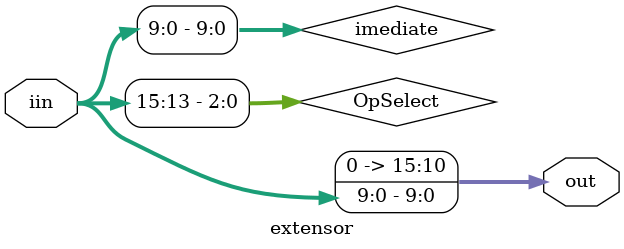
<source format=v>
module extensor(iin, out);

	input [15:0] iin;
	output reg [15:0] out;
	reg [2:0] OpSelect;
	reg [9:0] imediate;

	always @ (iin)
	begin
		OpSelect = {iin[15], iin[14], iin[13]};
		imediate = {iin[9], iin[8], iin[7], iin[6], iin[5], iin[4], iin[3], iin[2], iin[1], iin[0]};

		out <= {6'b000000, imediate};
	end


endmodule

</source>
